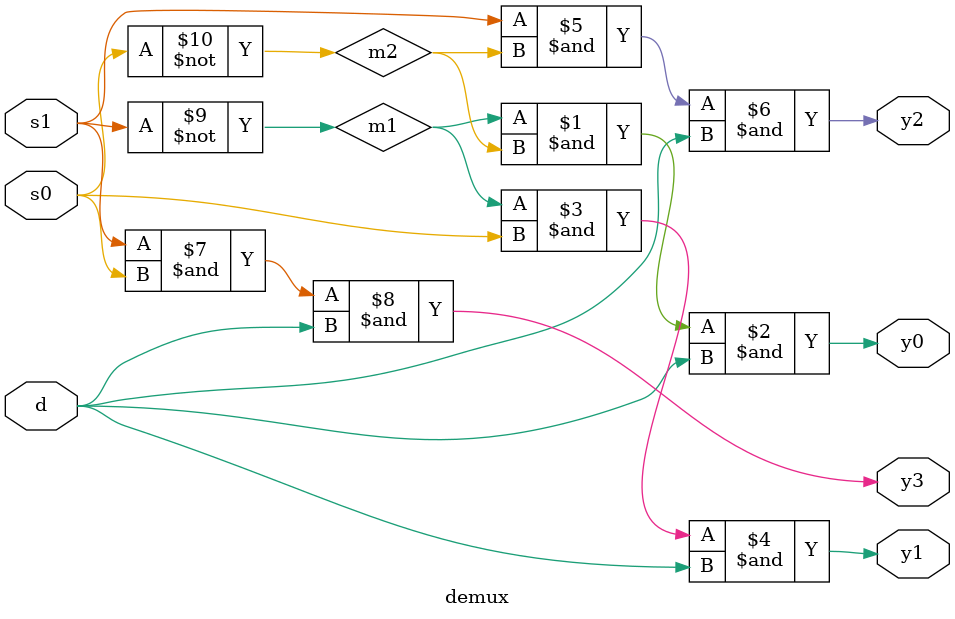
<source format=v>
`timescale 1ns / 1ps


module demux(
    input s1, s0, d,
    output y0, y1, y2, y3
);

wire m1, m2;
not u1(m1, s1);
not u2(m2, s0);
and u3(y0, m1, m2, d);
and u4(y1, m1, s0, d);
and u5(y2, s1, m2, d);
and u6(y3, s1, s0, d);

endmodule

</source>
